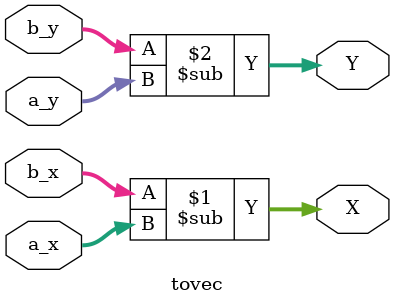
<source format=v>
module tovec(
	     input [10:0] 	  a_x,
	     input [10:0] 	  a_y,
	     input [10:0] 	  b_x,
	     input [10:0] 	  b_y,
	     output signed [11:0] X,
	     output signed [11:0] Y	     
	     );
   
   assign X = b_x - a_x;
   assign Y = b_y - a_y;
   
endmodule

</source>
